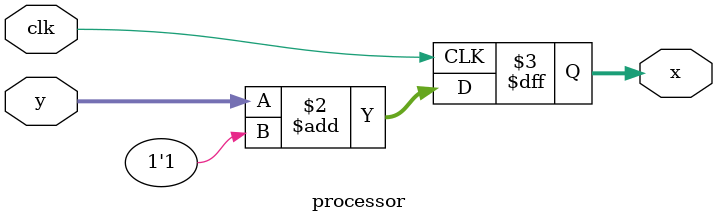
<source format=sv>
module processor(
	input clk,
	output reg [7:0] x,
	input [7:0] y
);

always @(posedge clk) begin
	x <= y+1'b1;
end


endmodule



// 1 cycle process, thefore we delaye dteh write address by 1.

//n cycle process delays write address by n

</source>
